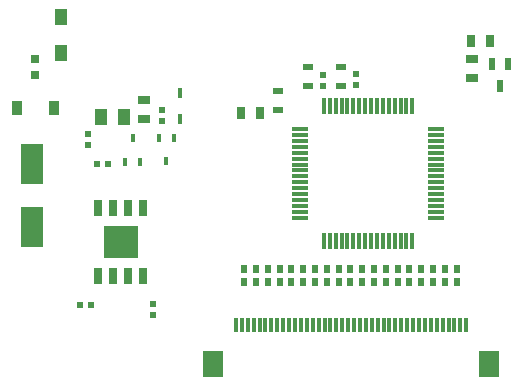
<source format=gbr>
%TF.GenerationSoftware,KiCad,Pcbnew,(6.0.6)*%
%TF.CreationDate,2023-05-08T04:55:46+09:00*%
%TF.ProjectId,128KB_64pin_Touch_L,3132384b-425f-4363-9470-696e5f546f75,rev?*%
%TF.SameCoordinates,Original*%
%TF.FileFunction,Paste,Bot*%
%TF.FilePolarity,Positive*%
%FSLAX46Y46*%
G04 Gerber Fmt 4.6, Leading zero omitted, Abs format (unit mm)*
G04 Created by KiCad (PCBNEW (6.0.6)) date 2023-05-08 04:55:46*
%MOMM*%
%LPD*%
G01*
G04 APERTURE LIST*
%ADD10R,0.800000X1.000000*%
%ADD11R,0.600000X0.750000*%
%ADD12R,0.940000X0.540000*%
%ADD13R,1.000000X0.800000*%
%ADD14R,1.140000X1.340000*%
%ADD15R,0.620000X0.600000*%
%ADD16R,0.600000X0.620000*%
%ADD17R,0.850000X1.200000*%
%ADD18R,0.500000X1.000000*%
%ADD19R,0.650000X1.425000*%
%ADD20R,2.950000X2.750000*%
%ADD21R,0.420000X0.870000*%
%ADD22R,0.300000X1.300000*%
%ADD23R,1.800000X2.200000*%
%ADD24R,0.450000X0.700000*%
%ADD25R,1.850000X3.500000*%
%ADD26R,1.475000X0.300000*%
%ADD27R,0.300000X1.475000*%
%ADD28R,1.000000X1.400000*%
%ADD29R,0.700000X0.650000*%
G04 APERTURE END LIST*
D10*
%TO.C,R8*%
X148540000Y-92400000D03*
X146940000Y-92400000D03*
%TD*%
%TO.C,R10*%
X166450000Y-86260000D03*
X168050000Y-86260000D03*
%TD*%
D11*
%TO.C,R39*%
X164230000Y-105535000D03*
X164230000Y-106635000D03*
%TD*%
%TO.C,R35*%
X160230000Y-105535000D03*
X160230000Y-106635000D03*
%TD*%
%TO.C,R30*%
X155230000Y-105535000D03*
X155230000Y-106635000D03*
%TD*%
D12*
%TO.C,C14*%
X155460000Y-90050000D03*
X155460000Y-88450000D03*
%TD*%
D11*
%TO.C,R28*%
X153230000Y-105535000D03*
X153230000Y-106635000D03*
%TD*%
%TO.C,R29*%
X154230000Y-105535000D03*
X154230000Y-106635000D03*
%TD*%
%TO.C,R31*%
X156230000Y-105535000D03*
X156230000Y-106635000D03*
%TD*%
D13*
%TO.C,R9*%
X166505000Y-87810000D03*
X166505000Y-89410000D03*
%TD*%
D11*
%TO.C,R22*%
X147230000Y-105535000D03*
X147230000Y-106635000D03*
%TD*%
%TO.C,R37*%
X162230000Y-105535000D03*
X162230000Y-106635000D03*
%TD*%
D12*
%TO.C,C7*%
X150080000Y-90530000D03*
X150080000Y-92130000D03*
%TD*%
D11*
%TO.C,R32*%
X157230000Y-105535000D03*
X157230000Y-106635000D03*
%TD*%
D14*
%TO.C,D1*%
X131710000Y-87310000D03*
X131710000Y-84210000D03*
%TD*%
D15*
%TO.C,C4*%
X133970000Y-95080000D03*
X133970000Y-94160000D03*
%TD*%
%TO.C,C5*%
X140270000Y-93060000D03*
X140270000Y-92140000D03*
%TD*%
D11*
%TO.C,R34*%
X159230000Y-105535000D03*
X159230000Y-106635000D03*
%TD*%
%TO.C,R33*%
X158230000Y-105535000D03*
X158230000Y-106635000D03*
%TD*%
%TO.C,R40*%
X165230000Y-105535000D03*
X165230000Y-106635000D03*
%TD*%
%TO.C,R36*%
X161230000Y-105535000D03*
X161230000Y-106635000D03*
%TD*%
D16*
%TO.C,C3*%
X134800000Y-96660000D03*
X135720000Y-96660000D03*
%TD*%
D13*
%TO.C,R7*%
X138740000Y-91290000D03*
X138740000Y-92890000D03*
%TD*%
D15*
%TO.C,C12*%
X156740000Y-89990000D03*
X156740000Y-89070000D03*
%TD*%
D11*
%TO.C,R27*%
X152230000Y-105535000D03*
X152230000Y-106635000D03*
%TD*%
%TO.C,R25*%
X150230000Y-105535000D03*
X150230000Y-106635000D03*
%TD*%
D17*
%TO.C,Z1*%
X128040000Y-91955000D03*
X131090000Y-91955000D03*
%TD*%
D16*
%TO.C,C8*%
X134270000Y-108650000D03*
X133350000Y-108650000D03*
%TD*%
D11*
%TO.C,R26*%
X151230000Y-105535000D03*
X151230000Y-106635000D03*
%TD*%
%TO.C,R38*%
X163230000Y-105535000D03*
X163230000Y-106635000D03*
%TD*%
D18*
%TO.C,Q3*%
X168245000Y-88195000D03*
X169545000Y-88195000D03*
X168895000Y-90095000D03*
%TD*%
D19*
%TO.C,IC1*%
X134860000Y-100378000D03*
X136130000Y-100378000D03*
X137400000Y-100378000D03*
X138670000Y-100378000D03*
X138670000Y-106202000D03*
X137400000Y-106202000D03*
X136130000Y-106202000D03*
X134860000Y-106202000D03*
D20*
X136765000Y-103290000D03*
%TD*%
D21*
%TO.C,Z6*%
X141770000Y-92890000D03*
X141770000Y-90640000D03*
%TD*%
D11*
%TO.C,R24*%
X149230000Y-105535000D03*
X149230000Y-106635000D03*
%TD*%
D22*
%TO.C,J2*%
X166035000Y-110345000D03*
X165535000Y-110345000D03*
X165035000Y-110345000D03*
X164535000Y-110345000D03*
X164035000Y-110345000D03*
X163535000Y-110345000D03*
X163035000Y-110345000D03*
X162535000Y-110345000D03*
X162035000Y-110345000D03*
X161535000Y-110345000D03*
X161035000Y-110345000D03*
X160535000Y-110345000D03*
X160035000Y-110345000D03*
X159535000Y-110345000D03*
X159035000Y-110345000D03*
X158535000Y-110345000D03*
X158035000Y-110345000D03*
X157535000Y-110345000D03*
X157035000Y-110345000D03*
X156535000Y-110345000D03*
X156035000Y-110345000D03*
X155535000Y-110345000D03*
X155035000Y-110345000D03*
X154535000Y-110345000D03*
X154035000Y-110345000D03*
X153535000Y-110345000D03*
X153035000Y-110345000D03*
X152535000Y-110345000D03*
X152035000Y-110345000D03*
X151535000Y-110345000D03*
X151035000Y-110345000D03*
X150535000Y-110345000D03*
X150035000Y-110345000D03*
X149535000Y-110345000D03*
X149035000Y-110345000D03*
X148535000Y-110345000D03*
X148035000Y-110345000D03*
X147535000Y-110345000D03*
X147035000Y-110345000D03*
X146535000Y-110345000D03*
D23*
X167935000Y-113595000D03*
X144635000Y-113595000D03*
%TD*%
D24*
%TO.C,Q1*%
X138450000Y-96510000D03*
X137150000Y-96510000D03*
X137800000Y-94510000D03*
%TD*%
D25*
%TO.C,C1*%
X129250000Y-96690000D03*
X129250000Y-101990000D03*
%TD*%
D26*
%TO.C,IC2*%
X163463000Y-93725000D03*
X163463000Y-94225000D03*
X163463000Y-94725000D03*
X163463000Y-95225000D03*
X163463000Y-95725000D03*
X163463000Y-96225000D03*
X163463000Y-96725000D03*
X163463000Y-97225000D03*
X163463000Y-97725000D03*
X163463000Y-98225000D03*
X163463000Y-98725000D03*
X163463000Y-99225000D03*
X163463000Y-99725000D03*
X163463000Y-100225000D03*
X163463000Y-100725000D03*
X163463000Y-101225000D03*
D27*
X161475000Y-103213000D03*
X160975000Y-103213000D03*
X160475000Y-103213000D03*
X159975000Y-103213000D03*
X159475000Y-103213000D03*
X158975000Y-103213000D03*
X158475000Y-103213000D03*
X157975000Y-103213000D03*
X157475000Y-103213000D03*
X156975000Y-103213000D03*
X156475000Y-103213000D03*
X155975000Y-103213000D03*
X155475000Y-103213000D03*
X154975000Y-103213000D03*
X154475000Y-103213000D03*
X153975000Y-103213000D03*
D26*
X151987000Y-101225000D03*
X151987000Y-100725000D03*
X151987000Y-100225000D03*
X151987000Y-99725000D03*
X151987000Y-99225000D03*
X151987000Y-98725000D03*
X151987000Y-98225000D03*
X151987000Y-97725000D03*
X151987000Y-97225000D03*
X151987000Y-96725000D03*
X151987000Y-96225000D03*
X151987000Y-95725000D03*
X151987000Y-95225000D03*
X151987000Y-94725000D03*
X151987000Y-94225000D03*
X151987000Y-93725000D03*
D27*
X153975000Y-91737000D03*
X154475000Y-91737000D03*
X154975000Y-91737000D03*
X155475000Y-91737000D03*
X155975000Y-91737000D03*
X156475000Y-91737000D03*
X156975000Y-91737000D03*
X157475000Y-91737000D03*
X157975000Y-91737000D03*
X158475000Y-91737000D03*
X158975000Y-91737000D03*
X159475000Y-91737000D03*
X159975000Y-91737000D03*
X160475000Y-91737000D03*
X160975000Y-91737000D03*
X161475000Y-91737000D03*
%TD*%
D15*
%TO.C,C9*%
X153920000Y-90090000D03*
X153920000Y-89170000D03*
%TD*%
D24*
%TO.C,Q2*%
X140000000Y-94460000D03*
X141300000Y-94460000D03*
X140650000Y-96460000D03*
%TD*%
D15*
%TO.C,C6*%
X139530000Y-108570000D03*
X139530000Y-109490000D03*
%TD*%
D12*
%TO.C,C11*%
X152670000Y-90100000D03*
X152670000Y-88500000D03*
%TD*%
D11*
%TO.C,R23*%
X148230000Y-105535000D03*
X148230000Y-106635000D03*
%TD*%
D28*
%TO.C,R6*%
X135150000Y-92660000D03*
X137050000Y-92660000D03*
%TD*%
D29*
%TO.C,FB1*%
X129515000Y-87785000D03*
X129515000Y-89135000D03*
%TD*%
M02*

</source>
